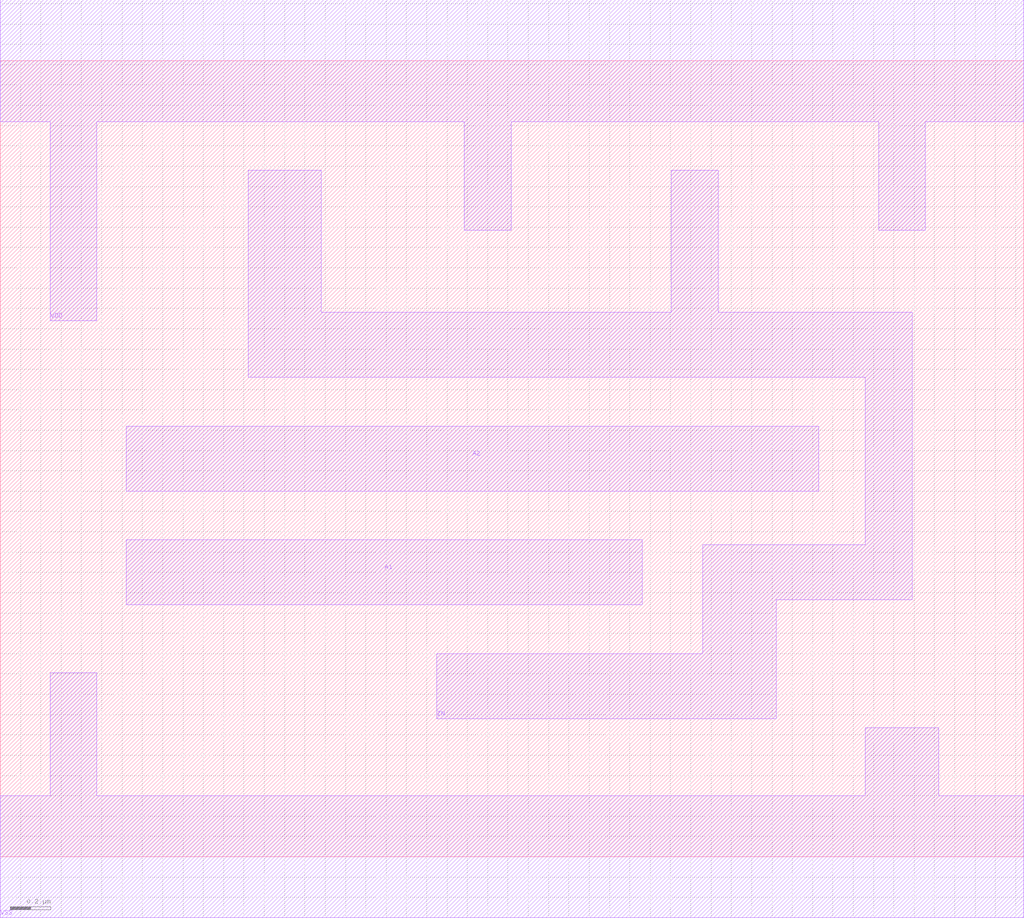
<source format=lef>
# Copyright 2022 GlobalFoundries PDK Authors
#
# Licensed under the Apache License, Version 2.0 (the "License");
# you may not use this file except in compliance with the License.
# You may obtain a copy of the License at
#
#      http://www.apache.org/licenses/LICENSE-2.0
#
# Unless required by applicable law or agreed to in writing, software
# distributed under the License is distributed on an "AS IS" BASIS,
# WITHOUT WARRANTIES OR CONDITIONS OF ANY KIND, either express or implied.
# See the License for the specific language governing permissions and
# limitations under the License.

MACRO gf180mcu_fd_sc_mcu7t5v0__nand2_2
  CLASS core ;
  FOREIGN gf180mcu_fd_sc_mcu7t5v0__nand2_2 0.0 0.0 ;
  ORIGIN 0 0 ;
  SYMMETRY X Y ;
  SITE GF018hv5v_mcu_sc7 ;
  SIZE 5.04 BY 3.92 ;
  PIN A1
    DIRECTION INPUT ;
    ANTENNAGATEAREA 2.114 ;
    PORT
      LAYER METAL1 ;
        POLYGON 0.62 1.24 3.16 1.24 3.16 1.56 0.62 1.56  ;
    END
  END A1
  PIN A2
    DIRECTION INPUT ;
    ANTENNAGATEAREA 2.114 ;
    PORT
      LAYER METAL1 ;
        POLYGON 0.62 1.8 4.03 1.8 4.03 2.12 0.62 2.12  ;
    END
  END A2
  PIN ZN
    DIRECTION OUTPUT ;
    ANTENNADIFFAREA 1.6016 ;
    PORT
      LAYER METAL1 ;
        POLYGON 1.22 2.36 4.26 2.36 4.26 1.535 3.46 1.535 3.46 1 2.15 1 2.15 0.68 3.82 0.68 3.82 1.265 4.49 1.265 4.49 2.68 3.535 2.68 3.535 3.38 3.305 3.38 3.305 2.68 1.58 2.68 1.58 3.38 1.22 3.38  ;
    END
  END ZN
  PIN VDD
    DIRECTION INOUT ;
    USE power ;
    SHAPE ABUTMENT ;
    PORT
      LAYER METAL1 ;
        POLYGON 0 3.62 0.245 3.62 0.245 2.64 0.475 2.64 0.475 3.62 2.285 3.62 2.285 3.085 2.515 3.085 2.515 3.62 4.325 3.62 4.325 3.085 4.555 3.085 4.555 3.62 5.04 3.62 5.04 4.22 0 4.22  ;
    END
  END VDD
  PIN VSS
    DIRECTION INOUT ;
    USE ground ;
    SHAPE ABUTMENT ;
    PORT
      LAYER METAL1 ;
        POLYGON 0 -0.3 5.04 -0.3 5.04 0.3 4.62 0.3 4.62 0.635 4.26 0.635 4.26 0.3 0.475 0.3 0.475 0.905 0.245 0.905 0.245 0.3 0 0.3  ;
    END
  END VSS
END gf180mcu_fd_sc_mcu7t5v0__nand2_2

</source>
